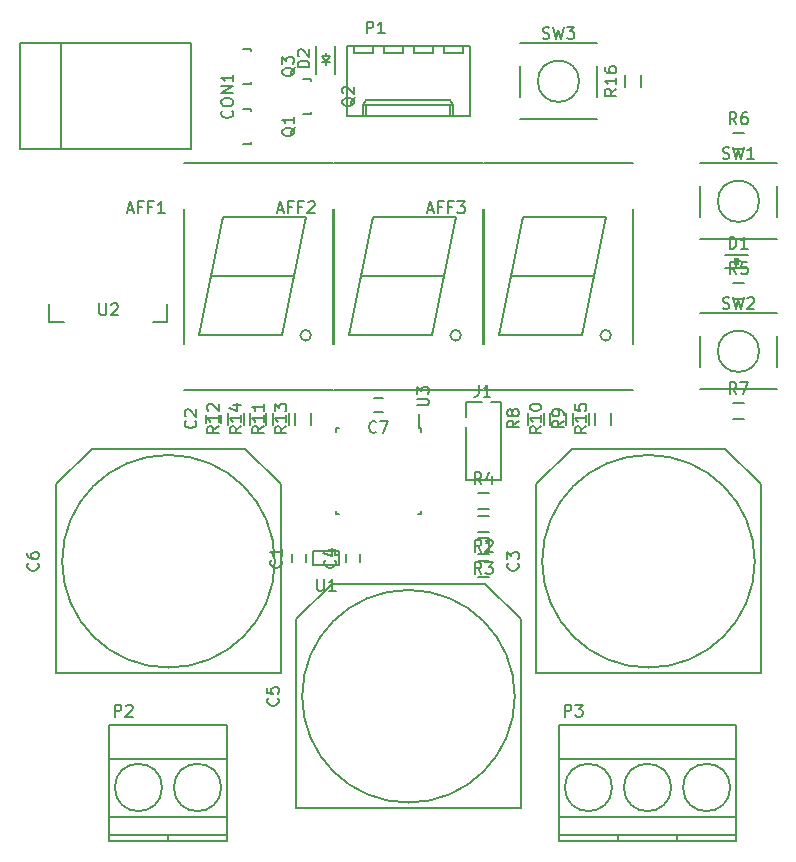
<source format=gbr>
G04 #@! TF.FileFunction,Legend,Top*
%FSLAX46Y46*%
G04 Gerber Fmt 4.6, Leading zero omitted, Abs format (unit mm)*
G04 Created by KiCad (PCBNEW 4.0.4+dfsg1-stable) date Tue Jan 31 21:33:05 2017*
%MOMM*%
%LPD*%
G01*
G04 APERTURE LIST*
%ADD10C,0.100000*%
%ADD11C,0.150000*%
G04 APERTURE END LIST*
D10*
D11*
X161330000Y-124595000D02*
X161330000Y-125595000D01*
X159980000Y-125595000D02*
X159980000Y-124595000D01*
X167007214Y-118030000D02*
G75*
G03X167007214Y-118030000I-447214J0D01*
G01*
X159560000Y-108030000D02*
X158560000Y-113030000D01*
X158560000Y-113030000D02*
X157560000Y-118030000D01*
X157560000Y-118030000D02*
X164560000Y-118030000D01*
X164560000Y-118030000D02*
X165560000Y-113030000D01*
X166560000Y-108030000D02*
X165560000Y-113030000D01*
X165560000Y-113030000D02*
X158560000Y-113030000D01*
X159560000Y-108030000D02*
X166560000Y-108030000D01*
X168860000Y-122630000D02*
X156260000Y-122630000D01*
X156260000Y-107330000D02*
X156260000Y-118730000D01*
X168860000Y-107330000D02*
X168860000Y-118730000D01*
X156260000Y-103430000D02*
X168860000Y-103430000D01*
X141607214Y-118030000D02*
G75*
G03X141607214Y-118030000I-447214J0D01*
G01*
X134160000Y-108030000D02*
X133160000Y-113030000D01*
X133160000Y-113030000D02*
X132160000Y-118030000D01*
X132160000Y-118030000D02*
X139160000Y-118030000D01*
X139160000Y-118030000D02*
X140160000Y-113030000D01*
X141160000Y-108030000D02*
X140160000Y-113030000D01*
X140160000Y-113030000D02*
X133160000Y-113030000D01*
X134160000Y-108030000D02*
X141160000Y-108030000D01*
X143460000Y-122630000D02*
X130860000Y-122630000D01*
X130860000Y-107330000D02*
X130860000Y-118730000D01*
X143460000Y-107330000D02*
X143460000Y-118730000D01*
X130860000Y-103430000D02*
X143460000Y-103430000D01*
X154307214Y-118030000D02*
G75*
G03X154307214Y-118030000I-447214J0D01*
G01*
X146860000Y-108030000D02*
X145860000Y-113030000D01*
X145860000Y-113030000D02*
X144860000Y-118030000D01*
X144860000Y-118030000D02*
X151860000Y-118030000D01*
X151860000Y-118030000D02*
X152860000Y-113030000D01*
X153860000Y-108030000D02*
X152860000Y-113030000D01*
X152860000Y-113030000D02*
X145860000Y-113030000D01*
X146860000Y-108030000D02*
X153860000Y-108030000D01*
X156160000Y-122630000D02*
X143560000Y-122630000D01*
X143560000Y-107330000D02*
X143560000Y-118730000D01*
X156160000Y-107330000D02*
X156160000Y-118730000D01*
X143560000Y-103430000D02*
X156160000Y-103430000D01*
X120459500Y-93289120D02*
X120459500Y-102290880D01*
X116959380Y-93289120D02*
X116959380Y-102290880D01*
X116959380Y-102290880D02*
X131460240Y-102290880D01*
X131460240Y-102290880D02*
X131460240Y-93289120D01*
X131460240Y-93289120D02*
X116959380Y-93289120D01*
X144680000Y-93500000D02*
X144680000Y-99500000D01*
X144680000Y-99500000D02*
X155040000Y-99500000D01*
X155040000Y-99500000D02*
X155040000Y-93500000D01*
X155040000Y-93500000D02*
X144680000Y-93500000D01*
X146050000Y-99500000D02*
X146050000Y-98500000D01*
X146050000Y-98500000D02*
X153670000Y-98500000D01*
X153670000Y-98500000D02*
X153670000Y-99500000D01*
X146050000Y-98500000D02*
X146300000Y-98070000D01*
X146300000Y-98070000D02*
X153420000Y-98070000D01*
X153420000Y-98070000D02*
X153670000Y-98500000D01*
X146300000Y-99500000D02*
X146300000Y-98500000D01*
X153420000Y-99500000D02*
X153420000Y-98500000D01*
X145250000Y-93500000D02*
X145250000Y-94120000D01*
X145250000Y-94120000D02*
X146850000Y-94120000D01*
X146850000Y-94120000D02*
X146850000Y-93500000D01*
X147790000Y-93500000D02*
X147790000Y-94120000D01*
X147790000Y-94120000D02*
X149390000Y-94120000D01*
X149390000Y-94120000D02*
X149390000Y-93500000D01*
X150330000Y-93500000D02*
X150330000Y-94120000D01*
X150330000Y-94120000D02*
X151930000Y-94120000D01*
X151930000Y-94120000D02*
X151930000Y-93500000D01*
X152870000Y-93500000D02*
X152870000Y-94120000D01*
X152870000Y-94120000D02*
X154470000Y-94120000D01*
X154470000Y-94120000D02*
X154470000Y-93500000D01*
X135839200Y-98830180D02*
X136540240Y-98830180D01*
X136540240Y-98830180D02*
X136540240Y-99079100D01*
X136540240Y-101629160D02*
X136540240Y-101829820D01*
X136540240Y-101829820D02*
X135839200Y-101829820D01*
X140919200Y-96290180D02*
X141620240Y-96290180D01*
X141620240Y-96290180D02*
X141620240Y-96539100D01*
X141620240Y-99089160D02*
X141620240Y-99289820D01*
X141620240Y-99289820D02*
X140919200Y-99289820D01*
X135839200Y-93750180D02*
X136540240Y-93750180D01*
X136540240Y-93750180D02*
X136540240Y-93999100D01*
X136540240Y-96549160D02*
X136540240Y-96749820D01*
X136540240Y-96749820D02*
X135839200Y-96749820D01*
X155710000Y-133310000D02*
X156710000Y-133310000D01*
X156710000Y-134660000D02*
X155710000Y-134660000D01*
X156710000Y-138470000D02*
X155710000Y-138470000D01*
X155710000Y-137120000D02*
X156710000Y-137120000D01*
X155710000Y-135215000D02*
X156710000Y-135215000D01*
X156710000Y-136565000D02*
X155710000Y-136565000D01*
X156710000Y-132755000D02*
X155710000Y-132755000D01*
X155710000Y-131405000D02*
X156710000Y-131405000D01*
X178300000Y-114975000D02*
X177300000Y-114975000D01*
X177300000Y-113625000D02*
X178300000Y-113625000D01*
X178300000Y-102275000D02*
X177300000Y-102275000D01*
X177300000Y-100925000D02*
X178300000Y-100925000D01*
X178300000Y-125135000D02*
X177300000Y-125135000D01*
X177300000Y-123785000D02*
X178300000Y-123785000D01*
X165140000Y-124595000D02*
X165140000Y-125595000D01*
X163790000Y-125595000D02*
X163790000Y-124595000D01*
X163235000Y-124595000D02*
X163235000Y-125595000D01*
X161885000Y-125595000D02*
X161885000Y-124595000D01*
X139740000Y-124595000D02*
X139740000Y-125595000D01*
X138390000Y-125595000D02*
X138390000Y-124595000D01*
X135930000Y-124595000D02*
X135930000Y-125595000D01*
X134580000Y-125595000D02*
X134580000Y-124595000D01*
X141645000Y-124595000D02*
X141645000Y-125595000D01*
X140295000Y-125595000D02*
X140295000Y-124595000D01*
X137835000Y-124595000D02*
X137835000Y-125595000D01*
X136485000Y-125595000D02*
X136485000Y-124595000D01*
X167045000Y-124595000D02*
X167045000Y-125595000D01*
X165695000Y-125595000D02*
X165695000Y-124595000D01*
X150945000Y-125915000D02*
X150720000Y-125915000D01*
X150945000Y-133165000D02*
X150645000Y-133165000D01*
X143695000Y-133165000D02*
X143995000Y-133165000D01*
X143695000Y-125915000D02*
X143995000Y-125915000D01*
X150945000Y-125915000D02*
X150945000Y-126215000D01*
X143695000Y-125915000D02*
X143695000Y-126215000D01*
X143695000Y-133165000D02*
X143695000Y-132865000D01*
X150945000Y-133165000D02*
X150945000Y-132865000D01*
X150720000Y-125915000D02*
X150720000Y-124690000D01*
X143975000Y-136606000D02*
X143675000Y-136606000D01*
X143675000Y-136606000D02*
X143675000Y-136306000D01*
X141775000Y-137506000D02*
X143975000Y-137506000D01*
X143975000Y-137506000D02*
X143975000Y-136306000D01*
X143975000Y-136306000D02*
X141775000Y-136306000D01*
X141775000Y-136306000D02*
X141775000Y-137506000D01*
X157675000Y-123660000D02*
X156875000Y-123660000D01*
X157675000Y-130310000D02*
X157675000Y-123660000D01*
X157675000Y-130310000D02*
X154725000Y-130310000D01*
X154725000Y-130310000D02*
X154725000Y-125760000D01*
X156075000Y-123660000D02*
X154725000Y-123660000D01*
X154725000Y-123660000D02*
X154725000Y-124960000D01*
X139989000Y-137256000D02*
X139989000Y-136556000D01*
X141189000Y-136556000D02*
X141189000Y-137256000D01*
X132750000Y-125445000D02*
X132750000Y-124745000D01*
X133950000Y-124745000D02*
X133950000Y-125445000D01*
X144561000Y-137256000D02*
X144561000Y-136556000D01*
X145761000Y-136556000D02*
X145761000Y-137256000D01*
X147670000Y-124552000D02*
X146970000Y-124552000D01*
X146970000Y-123352000D02*
X147670000Y-123352000D01*
X142875000Y-94365000D02*
X142875000Y-94115000D01*
X142875000Y-94865000D02*
X142875000Y-95115000D01*
X142875000Y-94865000D02*
X142525000Y-94365000D01*
X142525000Y-94365000D02*
X143225000Y-94365000D01*
X143225000Y-94365000D02*
X142875000Y-94865000D01*
X142525000Y-94865000D02*
X143225000Y-94865000D01*
X143675000Y-95915000D02*
X143675000Y-93515000D01*
X142075000Y-95915000D02*
X142075000Y-93515000D01*
X179180000Y-137160000D02*
G75*
G03X179180000Y-137160000I-9000000J0D01*
G01*
X163680000Y-127660000D02*
X176680000Y-127660000D01*
X179680000Y-130660000D02*
X176680000Y-127660000D01*
X160680000Y-130660000D02*
X163680000Y-127660000D01*
X160680000Y-130660000D02*
X160680000Y-146660000D01*
X160680000Y-146660000D02*
X179680000Y-146660000D01*
X179680000Y-146660000D02*
X179680000Y-130660000D01*
X158860000Y-148590000D02*
G75*
G03X158860000Y-148590000I-9000000J0D01*
G01*
X143360000Y-139090000D02*
X156360000Y-139090000D01*
X159360000Y-142090000D02*
X156360000Y-139090000D01*
X140360000Y-142090000D02*
X143360000Y-139090000D01*
X140360000Y-142090000D02*
X140360000Y-158090000D01*
X140360000Y-158090000D02*
X159360000Y-158090000D01*
X159360000Y-158090000D02*
X159360000Y-142090000D01*
X138540000Y-137160000D02*
G75*
G03X138540000Y-137160000I-9000000J0D01*
G01*
X123040000Y-127660000D02*
X136040000Y-127660000D01*
X139040000Y-130660000D02*
X136040000Y-127660000D01*
X120040000Y-130660000D02*
X123040000Y-127660000D01*
X120040000Y-130660000D02*
X120040000Y-146660000D01*
X120040000Y-146660000D02*
X139040000Y-146660000D01*
X139040000Y-146660000D02*
X139040000Y-130660000D01*
X129460000Y-116880000D02*
X128210000Y-116880000D01*
X129460000Y-116880000D02*
X129460000Y-115380000D01*
X119460000Y-116880000D02*
X119460000Y-115380000D01*
X119460000Y-116880000D02*
X120710000Y-116880000D01*
X179550714Y-106680000D02*
G75*
G03X179550714Y-106680000I-1750714J0D01*
G01*
X181025000Y-103455000D02*
X181025000Y-103480000D01*
X181025000Y-109905000D02*
X181025000Y-109880000D01*
X174575000Y-109905000D02*
X174575000Y-109880000D01*
X174575000Y-103480000D02*
X174575000Y-103455000D01*
X181025000Y-105380000D02*
X181025000Y-107980000D01*
X174575000Y-103455000D02*
X181025000Y-103455000D01*
X174575000Y-105380000D02*
X174575000Y-107980000D01*
X174575000Y-109905000D02*
X181025000Y-109905000D01*
X179550714Y-119380000D02*
G75*
G03X179550714Y-119380000I-1750714J0D01*
G01*
X181025000Y-116155000D02*
X181025000Y-116180000D01*
X181025000Y-122605000D02*
X181025000Y-122580000D01*
X174575000Y-122605000D02*
X174575000Y-122580000D01*
X174575000Y-116180000D02*
X174575000Y-116155000D01*
X181025000Y-118080000D02*
X181025000Y-120680000D01*
X174575000Y-116155000D02*
X181025000Y-116155000D01*
X174575000Y-118080000D02*
X174575000Y-120680000D01*
X174575000Y-122605000D02*
X181025000Y-122605000D01*
X164310714Y-96520000D02*
G75*
G03X164310714Y-96520000I-1750714J0D01*
G01*
X165785000Y-93295000D02*
X165785000Y-93320000D01*
X165785000Y-99745000D02*
X165785000Y-99720000D01*
X159335000Y-99745000D02*
X159335000Y-99720000D01*
X159335000Y-93320000D02*
X159335000Y-93295000D01*
X165785000Y-95220000D02*
X165785000Y-97820000D01*
X159335000Y-93295000D02*
X165785000Y-93295000D01*
X159335000Y-95220000D02*
X159335000Y-97820000D01*
X159335000Y-99745000D02*
X165785000Y-99745000D01*
X176700000Y-112310000D02*
X178600000Y-112310000D01*
X176700000Y-111210000D02*
X178600000Y-111210000D01*
X177600000Y-111760000D02*
X178050000Y-111760000D01*
X177550000Y-111510000D02*
X177550000Y-112010000D01*
X177550000Y-111760000D02*
X177800000Y-111510000D01*
X177800000Y-111510000D02*
X177800000Y-112010000D01*
X177800000Y-112010000D02*
X177550000Y-111760000D01*
X129500000Y-160310000D02*
X129500000Y-160810000D01*
X134000000Y-156310000D02*
G75*
G03X134000000Y-156310000I-2000000J0D01*
G01*
X129000000Y-156310000D02*
G75*
G03X129000000Y-156310000I-2000000J0D01*
G01*
X124500000Y-158810000D02*
X134500000Y-158810000D01*
X124500000Y-153910000D02*
X134500000Y-153910000D01*
X124500000Y-160310000D02*
X134500000Y-160310000D01*
X124500000Y-160810000D02*
X134500000Y-160810000D01*
X134500000Y-160810000D02*
X134500000Y-151010000D01*
X134500000Y-151010000D02*
X124500000Y-151010000D01*
X124500000Y-151010000D02*
X124500000Y-160810000D01*
X177100000Y-156310000D02*
G75*
G03X177100000Y-156310000I-2000000J0D01*
G01*
X172600000Y-160310000D02*
X172600000Y-160810000D01*
X167600000Y-160310000D02*
X167600000Y-160810000D01*
X172100000Y-156310000D02*
G75*
G03X172100000Y-156310000I-2000000J0D01*
G01*
X167100000Y-156310000D02*
G75*
G03X167100000Y-156310000I-2000000J0D01*
G01*
X162600000Y-158810000D02*
X177600000Y-158810000D01*
X162600000Y-153910000D02*
X177600000Y-153910000D01*
X162600000Y-160310000D02*
X177600000Y-160310000D01*
X162600000Y-160810000D02*
X177600000Y-160810000D01*
X177600000Y-160810000D02*
X177600000Y-151010000D01*
X177600000Y-151010000D02*
X162600000Y-151010000D01*
X162600000Y-151010000D02*
X162600000Y-160810000D01*
X169585000Y-96020000D02*
X169585000Y-97020000D01*
X168235000Y-97020000D02*
X168235000Y-96020000D01*
X159207381Y-125261666D02*
X158731190Y-125595000D01*
X159207381Y-125833095D02*
X158207381Y-125833095D01*
X158207381Y-125452142D01*
X158255000Y-125356904D01*
X158302619Y-125309285D01*
X158397857Y-125261666D01*
X158540714Y-125261666D01*
X158635952Y-125309285D01*
X158683571Y-125356904D01*
X158731190Y-125452142D01*
X158731190Y-125833095D01*
X158635952Y-124690238D02*
X158588333Y-124785476D01*
X158540714Y-124833095D01*
X158445476Y-124880714D01*
X158397857Y-124880714D01*
X158302619Y-124833095D01*
X158255000Y-124785476D01*
X158207381Y-124690238D01*
X158207381Y-124499761D01*
X158255000Y-124404523D01*
X158302619Y-124356904D01*
X158397857Y-124309285D01*
X158445476Y-124309285D01*
X158540714Y-124356904D01*
X158588333Y-124404523D01*
X158635952Y-124499761D01*
X158635952Y-124690238D01*
X158683571Y-124785476D01*
X158731190Y-124833095D01*
X158826429Y-124880714D01*
X159016905Y-124880714D01*
X159112143Y-124833095D01*
X159159762Y-124785476D01*
X159207381Y-124690238D01*
X159207381Y-124499761D01*
X159159762Y-124404523D01*
X159112143Y-124356904D01*
X159016905Y-124309285D01*
X158826429Y-124309285D01*
X158731190Y-124356904D01*
X158683571Y-124404523D01*
X158635952Y-124499761D01*
X151488571Y-107396667D02*
X151964762Y-107396667D01*
X151393333Y-107682381D02*
X151726666Y-106682381D01*
X152060000Y-107682381D01*
X152726667Y-107158571D02*
X152393333Y-107158571D01*
X152393333Y-107682381D02*
X152393333Y-106682381D01*
X152869524Y-106682381D01*
X153583810Y-107158571D02*
X153250476Y-107158571D01*
X153250476Y-107682381D02*
X153250476Y-106682381D01*
X153726667Y-106682381D01*
X154012381Y-106682381D02*
X154631429Y-106682381D01*
X154298095Y-107063333D01*
X154440953Y-107063333D01*
X154536191Y-107110952D01*
X154583810Y-107158571D01*
X154631429Y-107253810D01*
X154631429Y-107491905D01*
X154583810Y-107587143D01*
X154536191Y-107634762D01*
X154440953Y-107682381D01*
X154155238Y-107682381D01*
X154060000Y-107634762D01*
X154012381Y-107587143D01*
X126088571Y-107396667D02*
X126564762Y-107396667D01*
X125993333Y-107682381D02*
X126326666Y-106682381D01*
X126660000Y-107682381D01*
X127326667Y-107158571D02*
X126993333Y-107158571D01*
X126993333Y-107682381D02*
X126993333Y-106682381D01*
X127469524Y-106682381D01*
X128183810Y-107158571D02*
X127850476Y-107158571D01*
X127850476Y-107682381D02*
X127850476Y-106682381D01*
X128326667Y-106682381D01*
X129231429Y-107682381D02*
X128660000Y-107682381D01*
X128945714Y-107682381D02*
X128945714Y-106682381D01*
X128850476Y-106825238D01*
X128755238Y-106920476D01*
X128660000Y-106968095D01*
X138788571Y-107396667D02*
X139264762Y-107396667D01*
X138693333Y-107682381D02*
X139026666Y-106682381D01*
X139360000Y-107682381D01*
X140026667Y-107158571D02*
X139693333Y-107158571D01*
X139693333Y-107682381D02*
X139693333Y-106682381D01*
X140169524Y-106682381D01*
X140883810Y-107158571D02*
X140550476Y-107158571D01*
X140550476Y-107682381D02*
X140550476Y-106682381D01*
X141026667Y-106682381D01*
X141360000Y-106777619D02*
X141407619Y-106730000D01*
X141502857Y-106682381D01*
X141740953Y-106682381D01*
X141836191Y-106730000D01*
X141883810Y-106777619D01*
X141931429Y-106872857D01*
X141931429Y-106968095D01*
X141883810Y-107110952D01*
X141312381Y-107682381D01*
X141931429Y-107682381D01*
X134916183Y-99004285D02*
X134963802Y-99051904D01*
X135011421Y-99194761D01*
X135011421Y-99289999D01*
X134963802Y-99432857D01*
X134868564Y-99528095D01*
X134773326Y-99575714D01*
X134582850Y-99623333D01*
X134439992Y-99623333D01*
X134249516Y-99575714D01*
X134154278Y-99528095D01*
X134059040Y-99432857D01*
X134011421Y-99289999D01*
X134011421Y-99194761D01*
X134059040Y-99051904D01*
X134106659Y-99004285D01*
X134011421Y-98385238D02*
X134011421Y-98194761D01*
X134059040Y-98099523D01*
X134154278Y-98004285D01*
X134344754Y-97956666D01*
X134678088Y-97956666D01*
X134868564Y-98004285D01*
X134963802Y-98099523D01*
X135011421Y-98194761D01*
X135011421Y-98385238D01*
X134963802Y-98480476D01*
X134868564Y-98575714D01*
X134678088Y-98623333D01*
X134344754Y-98623333D01*
X134154278Y-98575714D01*
X134059040Y-98480476D01*
X134011421Y-98385238D01*
X135011421Y-97528095D02*
X134011421Y-97528095D01*
X135011421Y-96956666D01*
X134011421Y-96956666D01*
X135011421Y-95956666D02*
X135011421Y-96528095D01*
X135011421Y-96242381D02*
X134011421Y-96242381D01*
X134154278Y-96337619D01*
X134249516Y-96432857D01*
X134297135Y-96528095D01*
X146311905Y-92472381D02*
X146311905Y-91472381D01*
X146692858Y-91472381D01*
X146788096Y-91520000D01*
X146835715Y-91567619D01*
X146883334Y-91662857D01*
X146883334Y-91805714D01*
X146835715Y-91900952D01*
X146788096Y-91948571D01*
X146692858Y-91996190D01*
X146311905Y-91996190D01*
X147835715Y-92472381D02*
X147264286Y-92472381D01*
X147550000Y-92472381D02*
X147550000Y-91472381D01*
X147454762Y-91615238D01*
X147359524Y-91710476D01*
X147264286Y-91758095D01*
X140247619Y-100425238D02*
X140200000Y-100520476D01*
X140104762Y-100615714D01*
X139961905Y-100758571D01*
X139914286Y-100853810D01*
X139914286Y-100949048D01*
X140152381Y-100901429D02*
X140104762Y-100996667D01*
X140009524Y-101091905D01*
X139819048Y-101139524D01*
X139485714Y-101139524D01*
X139295238Y-101091905D01*
X139200000Y-100996667D01*
X139152381Y-100901429D01*
X139152381Y-100710952D01*
X139200000Y-100615714D01*
X139295238Y-100520476D01*
X139485714Y-100472857D01*
X139819048Y-100472857D01*
X140009524Y-100520476D01*
X140104762Y-100615714D01*
X140152381Y-100710952D01*
X140152381Y-100901429D01*
X140152381Y-99520476D02*
X140152381Y-100091905D01*
X140152381Y-99806191D02*
X139152381Y-99806191D01*
X139295238Y-99901429D01*
X139390476Y-99996667D01*
X139438095Y-100091905D01*
X145327619Y-97885238D02*
X145280000Y-97980476D01*
X145184762Y-98075714D01*
X145041905Y-98218571D01*
X144994286Y-98313810D01*
X144994286Y-98409048D01*
X145232381Y-98361429D02*
X145184762Y-98456667D01*
X145089524Y-98551905D01*
X144899048Y-98599524D01*
X144565714Y-98599524D01*
X144375238Y-98551905D01*
X144280000Y-98456667D01*
X144232381Y-98361429D01*
X144232381Y-98170952D01*
X144280000Y-98075714D01*
X144375238Y-97980476D01*
X144565714Y-97932857D01*
X144899048Y-97932857D01*
X145089524Y-97980476D01*
X145184762Y-98075714D01*
X145232381Y-98170952D01*
X145232381Y-98361429D01*
X144327619Y-97551905D02*
X144280000Y-97504286D01*
X144232381Y-97409048D01*
X144232381Y-97170952D01*
X144280000Y-97075714D01*
X144327619Y-97028095D01*
X144422857Y-96980476D01*
X144518095Y-96980476D01*
X144660952Y-97028095D01*
X145232381Y-97599524D01*
X145232381Y-96980476D01*
X140247619Y-95345238D02*
X140200000Y-95440476D01*
X140104762Y-95535714D01*
X139961905Y-95678571D01*
X139914286Y-95773810D01*
X139914286Y-95869048D01*
X140152381Y-95821429D02*
X140104762Y-95916667D01*
X140009524Y-96011905D01*
X139819048Y-96059524D01*
X139485714Y-96059524D01*
X139295238Y-96011905D01*
X139200000Y-95916667D01*
X139152381Y-95821429D01*
X139152381Y-95630952D01*
X139200000Y-95535714D01*
X139295238Y-95440476D01*
X139485714Y-95392857D01*
X139819048Y-95392857D01*
X140009524Y-95440476D01*
X140104762Y-95535714D01*
X140152381Y-95630952D01*
X140152381Y-95821429D01*
X139152381Y-95059524D02*
X139152381Y-94440476D01*
X139533333Y-94773810D01*
X139533333Y-94630952D01*
X139580952Y-94535714D01*
X139628571Y-94488095D01*
X139723810Y-94440476D01*
X139961905Y-94440476D01*
X140057143Y-94488095D01*
X140104762Y-94535714D01*
X140152381Y-94630952D01*
X140152381Y-94916667D01*
X140104762Y-95011905D01*
X140057143Y-95059524D01*
X156043334Y-136337381D02*
X155710000Y-135861190D01*
X155471905Y-136337381D02*
X155471905Y-135337381D01*
X155852858Y-135337381D01*
X155948096Y-135385000D01*
X155995715Y-135432619D01*
X156043334Y-135527857D01*
X156043334Y-135670714D01*
X155995715Y-135765952D01*
X155948096Y-135813571D01*
X155852858Y-135861190D01*
X155471905Y-135861190D01*
X156995715Y-136337381D02*
X156424286Y-136337381D01*
X156710000Y-136337381D02*
X156710000Y-135337381D01*
X156614762Y-135480238D01*
X156519524Y-135575476D01*
X156424286Y-135623095D01*
X156043334Y-136347381D02*
X155710000Y-135871190D01*
X155471905Y-136347381D02*
X155471905Y-135347381D01*
X155852858Y-135347381D01*
X155948096Y-135395000D01*
X155995715Y-135442619D01*
X156043334Y-135537857D01*
X156043334Y-135680714D01*
X155995715Y-135775952D01*
X155948096Y-135823571D01*
X155852858Y-135871190D01*
X155471905Y-135871190D01*
X156424286Y-135442619D02*
X156471905Y-135395000D01*
X156567143Y-135347381D01*
X156805239Y-135347381D01*
X156900477Y-135395000D01*
X156948096Y-135442619D01*
X156995715Y-135537857D01*
X156995715Y-135633095D01*
X156948096Y-135775952D01*
X156376667Y-136347381D01*
X156995715Y-136347381D01*
X156043334Y-138242381D02*
X155710000Y-137766190D01*
X155471905Y-138242381D02*
X155471905Y-137242381D01*
X155852858Y-137242381D01*
X155948096Y-137290000D01*
X155995715Y-137337619D01*
X156043334Y-137432857D01*
X156043334Y-137575714D01*
X155995715Y-137670952D01*
X155948096Y-137718571D01*
X155852858Y-137766190D01*
X155471905Y-137766190D01*
X156376667Y-137242381D02*
X156995715Y-137242381D01*
X156662381Y-137623333D01*
X156805239Y-137623333D01*
X156900477Y-137670952D01*
X156948096Y-137718571D01*
X156995715Y-137813810D01*
X156995715Y-138051905D01*
X156948096Y-138147143D01*
X156900477Y-138194762D01*
X156805239Y-138242381D01*
X156519524Y-138242381D01*
X156424286Y-138194762D01*
X156376667Y-138147143D01*
X156043334Y-130632381D02*
X155710000Y-130156190D01*
X155471905Y-130632381D02*
X155471905Y-129632381D01*
X155852858Y-129632381D01*
X155948096Y-129680000D01*
X155995715Y-129727619D01*
X156043334Y-129822857D01*
X156043334Y-129965714D01*
X155995715Y-130060952D01*
X155948096Y-130108571D01*
X155852858Y-130156190D01*
X155471905Y-130156190D01*
X156900477Y-129965714D02*
X156900477Y-130632381D01*
X156662381Y-129584762D02*
X156424286Y-130299048D01*
X157043334Y-130299048D01*
X177633334Y-112852381D02*
X177300000Y-112376190D01*
X177061905Y-112852381D02*
X177061905Y-111852381D01*
X177442858Y-111852381D01*
X177538096Y-111900000D01*
X177585715Y-111947619D01*
X177633334Y-112042857D01*
X177633334Y-112185714D01*
X177585715Y-112280952D01*
X177538096Y-112328571D01*
X177442858Y-112376190D01*
X177061905Y-112376190D01*
X178538096Y-111852381D02*
X178061905Y-111852381D01*
X178014286Y-112328571D01*
X178061905Y-112280952D01*
X178157143Y-112233333D01*
X178395239Y-112233333D01*
X178490477Y-112280952D01*
X178538096Y-112328571D01*
X178585715Y-112423810D01*
X178585715Y-112661905D01*
X178538096Y-112757143D01*
X178490477Y-112804762D01*
X178395239Y-112852381D01*
X178157143Y-112852381D01*
X178061905Y-112804762D01*
X178014286Y-112757143D01*
X177633334Y-100152381D02*
X177300000Y-99676190D01*
X177061905Y-100152381D02*
X177061905Y-99152381D01*
X177442858Y-99152381D01*
X177538096Y-99200000D01*
X177585715Y-99247619D01*
X177633334Y-99342857D01*
X177633334Y-99485714D01*
X177585715Y-99580952D01*
X177538096Y-99628571D01*
X177442858Y-99676190D01*
X177061905Y-99676190D01*
X178490477Y-99152381D02*
X178300000Y-99152381D01*
X178204762Y-99200000D01*
X178157143Y-99247619D01*
X178061905Y-99390476D01*
X178014286Y-99580952D01*
X178014286Y-99961905D01*
X178061905Y-100057143D01*
X178109524Y-100104762D01*
X178204762Y-100152381D01*
X178395239Y-100152381D01*
X178490477Y-100104762D01*
X178538096Y-100057143D01*
X178585715Y-99961905D01*
X178585715Y-99723810D01*
X178538096Y-99628571D01*
X178490477Y-99580952D01*
X178395239Y-99533333D01*
X178204762Y-99533333D01*
X178109524Y-99580952D01*
X178061905Y-99628571D01*
X178014286Y-99723810D01*
X177633334Y-123012381D02*
X177300000Y-122536190D01*
X177061905Y-123012381D02*
X177061905Y-122012381D01*
X177442858Y-122012381D01*
X177538096Y-122060000D01*
X177585715Y-122107619D01*
X177633334Y-122202857D01*
X177633334Y-122345714D01*
X177585715Y-122440952D01*
X177538096Y-122488571D01*
X177442858Y-122536190D01*
X177061905Y-122536190D01*
X177966667Y-122012381D02*
X178633334Y-122012381D01*
X178204762Y-123012381D01*
X163017381Y-125261666D02*
X162541190Y-125595000D01*
X163017381Y-125833095D02*
X162017381Y-125833095D01*
X162017381Y-125452142D01*
X162065000Y-125356904D01*
X162112619Y-125309285D01*
X162207857Y-125261666D01*
X162350714Y-125261666D01*
X162445952Y-125309285D01*
X162493571Y-125356904D01*
X162541190Y-125452142D01*
X162541190Y-125833095D01*
X163017381Y-124785476D02*
X163017381Y-124595000D01*
X162969762Y-124499761D01*
X162922143Y-124452142D01*
X162779286Y-124356904D01*
X162588810Y-124309285D01*
X162207857Y-124309285D01*
X162112619Y-124356904D01*
X162065000Y-124404523D01*
X162017381Y-124499761D01*
X162017381Y-124690238D01*
X162065000Y-124785476D01*
X162112619Y-124833095D01*
X162207857Y-124880714D01*
X162445952Y-124880714D01*
X162541190Y-124833095D01*
X162588810Y-124785476D01*
X162636429Y-124690238D01*
X162636429Y-124499761D01*
X162588810Y-124404523D01*
X162541190Y-124356904D01*
X162445952Y-124309285D01*
X161112381Y-125737857D02*
X160636190Y-126071191D01*
X161112381Y-126309286D02*
X160112381Y-126309286D01*
X160112381Y-125928333D01*
X160160000Y-125833095D01*
X160207619Y-125785476D01*
X160302857Y-125737857D01*
X160445714Y-125737857D01*
X160540952Y-125785476D01*
X160588571Y-125833095D01*
X160636190Y-125928333D01*
X160636190Y-126309286D01*
X161112381Y-124785476D02*
X161112381Y-125356905D01*
X161112381Y-125071191D02*
X160112381Y-125071191D01*
X160255238Y-125166429D01*
X160350476Y-125261667D01*
X160398095Y-125356905D01*
X160112381Y-124166429D02*
X160112381Y-124071190D01*
X160160000Y-123975952D01*
X160207619Y-123928333D01*
X160302857Y-123880714D01*
X160493333Y-123833095D01*
X160731429Y-123833095D01*
X160921905Y-123880714D01*
X161017143Y-123928333D01*
X161064762Y-123975952D01*
X161112381Y-124071190D01*
X161112381Y-124166429D01*
X161064762Y-124261667D01*
X161017143Y-124309286D01*
X160921905Y-124356905D01*
X160731429Y-124404524D01*
X160493333Y-124404524D01*
X160302857Y-124356905D01*
X160207619Y-124309286D01*
X160160000Y-124261667D01*
X160112381Y-124166429D01*
X137617381Y-125737857D02*
X137141190Y-126071191D01*
X137617381Y-126309286D02*
X136617381Y-126309286D01*
X136617381Y-125928333D01*
X136665000Y-125833095D01*
X136712619Y-125785476D01*
X136807857Y-125737857D01*
X136950714Y-125737857D01*
X137045952Y-125785476D01*
X137093571Y-125833095D01*
X137141190Y-125928333D01*
X137141190Y-126309286D01*
X137617381Y-124785476D02*
X137617381Y-125356905D01*
X137617381Y-125071191D02*
X136617381Y-125071191D01*
X136760238Y-125166429D01*
X136855476Y-125261667D01*
X136903095Y-125356905D01*
X137617381Y-123833095D02*
X137617381Y-124404524D01*
X137617381Y-124118810D02*
X136617381Y-124118810D01*
X136760238Y-124214048D01*
X136855476Y-124309286D01*
X136903095Y-124404524D01*
X133807381Y-125737857D02*
X133331190Y-126071191D01*
X133807381Y-126309286D02*
X132807381Y-126309286D01*
X132807381Y-125928333D01*
X132855000Y-125833095D01*
X132902619Y-125785476D01*
X132997857Y-125737857D01*
X133140714Y-125737857D01*
X133235952Y-125785476D01*
X133283571Y-125833095D01*
X133331190Y-125928333D01*
X133331190Y-126309286D01*
X133807381Y-124785476D02*
X133807381Y-125356905D01*
X133807381Y-125071191D02*
X132807381Y-125071191D01*
X132950238Y-125166429D01*
X133045476Y-125261667D01*
X133093095Y-125356905D01*
X132902619Y-124404524D02*
X132855000Y-124356905D01*
X132807381Y-124261667D01*
X132807381Y-124023571D01*
X132855000Y-123928333D01*
X132902619Y-123880714D01*
X132997857Y-123833095D01*
X133093095Y-123833095D01*
X133235952Y-123880714D01*
X133807381Y-124452143D01*
X133807381Y-123833095D01*
X139522381Y-125737857D02*
X139046190Y-126071191D01*
X139522381Y-126309286D02*
X138522381Y-126309286D01*
X138522381Y-125928333D01*
X138570000Y-125833095D01*
X138617619Y-125785476D01*
X138712857Y-125737857D01*
X138855714Y-125737857D01*
X138950952Y-125785476D01*
X138998571Y-125833095D01*
X139046190Y-125928333D01*
X139046190Y-126309286D01*
X139522381Y-124785476D02*
X139522381Y-125356905D01*
X139522381Y-125071191D02*
X138522381Y-125071191D01*
X138665238Y-125166429D01*
X138760476Y-125261667D01*
X138808095Y-125356905D01*
X138522381Y-124452143D02*
X138522381Y-123833095D01*
X138903333Y-124166429D01*
X138903333Y-124023571D01*
X138950952Y-123928333D01*
X138998571Y-123880714D01*
X139093810Y-123833095D01*
X139331905Y-123833095D01*
X139427143Y-123880714D01*
X139474762Y-123928333D01*
X139522381Y-124023571D01*
X139522381Y-124309286D01*
X139474762Y-124404524D01*
X139427143Y-124452143D01*
X135712381Y-125737857D02*
X135236190Y-126071191D01*
X135712381Y-126309286D02*
X134712381Y-126309286D01*
X134712381Y-125928333D01*
X134760000Y-125833095D01*
X134807619Y-125785476D01*
X134902857Y-125737857D01*
X135045714Y-125737857D01*
X135140952Y-125785476D01*
X135188571Y-125833095D01*
X135236190Y-125928333D01*
X135236190Y-126309286D01*
X135712381Y-124785476D02*
X135712381Y-125356905D01*
X135712381Y-125071191D02*
X134712381Y-125071191D01*
X134855238Y-125166429D01*
X134950476Y-125261667D01*
X134998095Y-125356905D01*
X135045714Y-123928333D02*
X135712381Y-123928333D01*
X134664762Y-124166429D02*
X135379048Y-124404524D01*
X135379048Y-123785476D01*
X164922381Y-125737857D02*
X164446190Y-126071191D01*
X164922381Y-126309286D02*
X163922381Y-126309286D01*
X163922381Y-125928333D01*
X163970000Y-125833095D01*
X164017619Y-125785476D01*
X164112857Y-125737857D01*
X164255714Y-125737857D01*
X164350952Y-125785476D01*
X164398571Y-125833095D01*
X164446190Y-125928333D01*
X164446190Y-126309286D01*
X164922381Y-124785476D02*
X164922381Y-125356905D01*
X164922381Y-125071191D02*
X163922381Y-125071191D01*
X164065238Y-125166429D01*
X164160476Y-125261667D01*
X164208095Y-125356905D01*
X163922381Y-123880714D02*
X163922381Y-124356905D01*
X164398571Y-124404524D01*
X164350952Y-124356905D01*
X164303333Y-124261667D01*
X164303333Y-124023571D01*
X164350952Y-123928333D01*
X164398571Y-123880714D01*
X164493810Y-123833095D01*
X164731905Y-123833095D01*
X164827143Y-123880714D01*
X164874762Y-123928333D01*
X164922381Y-124023571D01*
X164922381Y-124261667D01*
X164874762Y-124356905D01*
X164827143Y-124404524D01*
X150582381Y-123951905D02*
X151391905Y-123951905D01*
X151487143Y-123904286D01*
X151534762Y-123856667D01*
X151582381Y-123761429D01*
X151582381Y-123570952D01*
X151534762Y-123475714D01*
X151487143Y-123428095D01*
X151391905Y-123380476D01*
X150582381Y-123380476D01*
X150582381Y-122999524D02*
X150582381Y-122380476D01*
X150963333Y-122713810D01*
X150963333Y-122570952D01*
X151010952Y-122475714D01*
X151058571Y-122428095D01*
X151153810Y-122380476D01*
X151391905Y-122380476D01*
X151487143Y-122428095D01*
X151534762Y-122475714D01*
X151582381Y-122570952D01*
X151582381Y-122856667D01*
X151534762Y-122951905D01*
X151487143Y-122999524D01*
X142113095Y-138658381D02*
X142113095Y-139467905D01*
X142160714Y-139563143D01*
X142208333Y-139610762D01*
X142303571Y-139658381D01*
X142494048Y-139658381D01*
X142589286Y-139610762D01*
X142636905Y-139563143D01*
X142684524Y-139467905D01*
X142684524Y-138658381D01*
X143684524Y-139658381D02*
X143113095Y-139658381D01*
X143398809Y-139658381D02*
X143398809Y-138658381D01*
X143303571Y-138801238D01*
X143208333Y-138896476D01*
X143113095Y-138944095D01*
X155791667Y-122212381D02*
X155791667Y-122926667D01*
X155744047Y-123069524D01*
X155648809Y-123164762D01*
X155505952Y-123212381D01*
X155410714Y-123212381D01*
X156791667Y-123212381D02*
X156220238Y-123212381D01*
X156505952Y-123212381D02*
X156505952Y-122212381D01*
X156410714Y-122355238D01*
X156315476Y-122450476D01*
X156220238Y-122498095D01*
X139046143Y-137072666D02*
X139093762Y-137120285D01*
X139141381Y-137263142D01*
X139141381Y-137358380D01*
X139093762Y-137501238D01*
X138998524Y-137596476D01*
X138903286Y-137644095D01*
X138712810Y-137691714D01*
X138569952Y-137691714D01*
X138379476Y-137644095D01*
X138284238Y-137596476D01*
X138189000Y-137501238D01*
X138141381Y-137358380D01*
X138141381Y-137263142D01*
X138189000Y-137120285D01*
X138236619Y-137072666D01*
X139141381Y-136120285D02*
X139141381Y-136691714D01*
X139141381Y-136406000D02*
X138141381Y-136406000D01*
X138284238Y-136501238D01*
X138379476Y-136596476D01*
X138427095Y-136691714D01*
X131807143Y-125261666D02*
X131854762Y-125309285D01*
X131902381Y-125452142D01*
X131902381Y-125547380D01*
X131854762Y-125690238D01*
X131759524Y-125785476D01*
X131664286Y-125833095D01*
X131473810Y-125880714D01*
X131330952Y-125880714D01*
X131140476Y-125833095D01*
X131045238Y-125785476D01*
X130950000Y-125690238D01*
X130902381Y-125547380D01*
X130902381Y-125452142D01*
X130950000Y-125309285D01*
X130997619Y-125261666D01*
X130997619Y-124880714D02*
X130950000Y-124833095D01*
X130902381Y-124737857D01*
X130902381Y-124499761D01*
X130950000Y-124404523D01*
X130997619Y-124356904D01*
X131092857Y-124309285D01*
X131188095Y-124309285D01*
X131330952Y-124356904D01*
X131902381Y-124928333D01*
X131902381Y-124309285D01*
X143618143Y-137072666D02*
X143665762Y-137120285D01*
X143713381Y-137263142D01*
X143713381Y-137358380D01*
X143665762Y-137501238D01*
X143570524Y-137596476D01*
X143475286Y-137644095D01*
X143284810Y-137691714D01*
X143141952Y-137691714D01*
X142951476Y-137644095D01*
X142856238Y-137596476D01*
X142761000Y-137501238D01*
X142713381Y-137358380D01*
X142713381Y-137263142D01*
X142761000Y-137120285D01*
X142808619Y-137072666D01*
X143046714Y-136215523D02*
X143713381Y-136215523D01*
X142665762Y-136453619D02*
X143380048Y-136691714D01*
X143380048Y-136072666D01*
X147153334Y-126209143D02*
X147105715Y-126256762D01*
X146962858Y-126304381D01*
X146867620Y-126304381D01*
X146724762Y-126256762D01*
X146629524Y-126161524D01*
X146581905Y-126066286D01*
X146534286Y-125875810D01*
X146534286Y-125732952D01*
X146581905Y-125542476D01*
X146629524Y-125447238D01*
X146724762Y-125352000D01*
X146867620Y-125304381D01*
X146962858Y-125304381D01*
X147105715Y-125352000D01*
X147153334Y-125399619D01*
X147486667Y-125304381D02*
X148153334Y-125304381D01*
X147724762Y-126304381D01*
X141477381Y-95353095D02*
X140477381Y-95353095D01*
X140477381Y-95115000D01*
X140525000Y-94972142D01*
X140620238Y-94876904D01*
X140715476Y-94829285D01*
X140905952Y-94781666D01*
X141048810Y-94781666D01*
X141239286Y-94829285D01*
X141334524Y-94876904D01*
X141429762Y-94972142D01*
X141477381Y-95115000D01*
X141477381Y-95353095D01*
X140572619Y-94400714D02*
X140525000Y-94353095D01*
X140477381Y-94257857D01*
X140477381Y-94019761D01*
X140525000Y-93924523D01*
X140572619Y-93876904D01*
X140667857Y-93829285D01*
X140763095Y-93829285D01*
X140905952Y-93876904D01*
X141477381Y-94448333D01*
X141477381Y-93829285D01*
X159107143Y-137326666D02*
X159154762Y-137374285D01*
X159202381Y-137517142D01*
X159202381Y-137612380D01*
X159154762Y-137755238D01*
X159059524Y-137850476D01*
X158964286Y-137898095D01*
X158773810Y-137945714D01*
X158630952Y-137945714D01*
X158440476Y-137898095D01*
X158345238Y-137850476D01*
X158250000Y-137755238D01*
X158202381Y-137612380D01*
X158202381Y-137517142D01*
X158250000Y-137374285D01*
X158297619Y-137326666D01*
X158202381Y-136993333D02*
X158202381Y-136374285D01*
X158583333Y-136707619D01*
X158583333Y-136564761D01*
X158630952Y-136469523D01*
X158678571Y-136421904D01*
X158773810Y-136374285D01*
X159011905Y-136374285D01*
X159107143Y-136421904D01*
X159154762Y-136469523D01*
X159202381Y-136564761D01*
X159202381Y-136850476D01*
X159154762Y-136945714D01*
X159107143Y-136993333D01*
X138787143Y-148756666D02*
X138834762Y-148804285D01*
X138882381Y-148947142D01*
X138882381Y-149042380D01*
X138834762Y-149185238D01*
X138739524Y-149280476D01*
X138644286Y-149328095D01*
X138453810Y-149375714D01*
X138310952Y-149375714D01*
X138120476Y-149328095D01*
X138025238Y-149280476D01*
X137930000Y-149185238D01*
X137882381Y-149042380D01*
X137882381Y-148947142D01*
X137930000Y-148804285D01*
X137977619Y-148756666D01*
X137882381Y-147851904D02*
X137882381Y-148328095D01*
X138358571Y-148375714D01*
X138310952Y-148328095D01*
X138263333Y-148232857D01*
X138263333Y-147994761D01*
X138310952Y-147899523D01*
X138358571Y-147851904D01*
X138453810Y-147804285D01*
X138691905Y-147804285D01*
X138787143Y-147851904D01*
X138834762Y-147899523D01*
X138882381Y-147994761D01*
X138882381Y-148232857D01*
X138834762Y-148328095D01*
X138787143Y-148375714D01*
X118467143Y-137326666D02*
X118514762Y-137374285D01*
X118562381Y-137517142D01*
X118562381Y-137612380D01*
X118514762Y-137755238D01*
X118419524Y-137850476D01*
X118324286Y-137898095D01*
X118133810Y-137945714D01*
X117990952Y-137945714D01*
X117800476Y-137898095D01*
X117705238Y-137850476D01*
X117610000Y-137755238D01*
X117562381Y-137612380D01*
X117562381Y-137517142D01*
X117610000Y-137374285D01*
X117657619Y-137326666D01*
X117562381Y-136469523D02*
X117562381Y-136660000D01*
X117610000Y-136755238D01*
X117657619Y-136802857D01*
X117800476Y-136898095D01*
X117990952Y-136945714D01*
X118371905Y-136945714D01*
X118467143Y-136898095D01*
X118514762Y-136850476D01*
X118562381Y-136755238D01*
X118562381Y-136564761D01*
X118514762Y-136469523D01*
X118467143Y-136421904D01*
X118371905Y-136374285D01*
X118133810Y-136374285D01*
X118038571Y-136421904D01*
X117990952Y-136469523D01*
X117943333Y-136564761D01*
X117943333Y-136755238D01*
X117990952Y-136850476D01*
X118038571Y-136898095D01*
X118133810Y-136945714D01*
X123698095Y-115332381D02*
X123698095Y-116141905D01*
X123745714Y-116237143D01*
X123793333Y-116284762D01*
X123888571Y-116332381D01*
X124079048Y-116332381D01*
X124174286Y-116284762D01*
X124221905Y-116237143D01*
X124269524Y-116141905D01*
X124269524Y-115332381D01*
X124698095Y-115427619D02*
X124745714Y-115380000D01*
X124840952Y-115332381D01*
X125079048Y-115332381D01*
X125174286Y-115380000D01*
X125221905Y-115427619D01*
X125269524Y-115522857D01*
X125269524Y-115618095D01*
X125221905Y-115760952D01*
X124650476Y-116332381D01*
X125269524Y-116332381D01*
X176466667Y-103034762D02*
X176609524Y-103082381D01*
X176847620Y-103082381D01*
X176942858Y-103034762D01*
X176990477Y-102987143D01*
X177038096Y-102891905D01*
X177038096Y-102796667D01*
X176990477Y-102701429D01*
X176942858Y-102653810D01*
X176847620Y-102606190D01*
X176657143Y-102558571D01*
X176561905Y-102510952D01*
X176514286Y-102463333D01*
X176466667Y-102368095D01*
X176466667Y-102272857D01*
X176514286Y-102177619D01*
X176561905Y-102130000D01*
X176657143Y-102082381D01*
X176895239Y-102082381D01*
X177038096Y-102130000D01*
X177371429Y-102082381D02*
X177609524Y-103082381D01*
X177800001Y-102368095D01*
X177990477Y-103082381D01*
X178228572Y-102082381D01*
X179133334Y-103082381D02*
X178561905Y-103082381D01*
X178847619Y-103082381D02*
X178847619Y-102082381D01*
X178752381Y-102225238D01*
X178657143Y-102320476D01*
X178561905Y-102368095D01*
X176466667Y-115734762D02*
X176609524Y-115782381D01*
X176847620Y-115782381D01*
X176942858Y-115734762D01*
X176990477Y-115687143D01*
X177038096Y-115591905D01*
X177038096Y-115496667D01*
X176990477Y-115401429D01*
X176942858Y-115353810D01*
X176847620Y-115306190D01*
X176657143Y-115258571D01*
X176561905Y-115210952D01*
X176514286Y-115163333D01*
X176466667Y-115068095D01*
X176466667Y-114972857D01*
X176514286Y-114877619D01*
X176561905Y-114830000D01*
X176657143Y-114782381D01*
X176895239Y-114782381D01*
X177038096Y-114830000D01*
X177371429Y-114782381D02*
X177609524Y-115782381D01*
X177800001Y-115068095D01*
X177990477Y-115782381D01*
X178228572Y-114782381D01*
X178561905Y-114877619D02*
X178609524Y-114830000D01*
X178704762Y-114782381D01*
X178942858Y-114782381D01*
X179038096Y-114830000D01*
X179085715Y-114877619D01*
X179133334Y-114972857D01*
X179133334Y-115068095D01*
X179085715Y-115210952D01*
X178514286Y-115782381D01*
X179133334Y-115782381D01*
X161226667Y-92874762D02*
X161369524Y-92922381D01*
X161607620Y-92922381D01*
X161702858Y-92874762D01*
X161750477Y-92827143D01*
X161798096Y-92731905D01*
X161798096Y-92636667D01*
X161750477Y-92541429D01*
X161702858Y-92493810D01*
X161607620Y-92446190D01*
X161417143Y-92398571D01*
X161321905Y-92350952D01*
X161274286Y-92303333D01*
X161226667Y-92208095D01*
X161226667Y-92112857D01*
X161274286Y-92017619D01*
X161321905Y-91970000D01*
X161417143Y-91922381D01*
X161655239Y-91922381D01*
X161798096Y-91970000D01*
X162131429Y-91922381D02*
X162369524Y-92922381D01*
X162560001Y-92208095D01*
X162750477Y-92922381D01*
X162988572Y-91922381D01*
X163274286Y-91922381D02*
X163893334Y-91922381D01*
X163560000Y-92303333D01*
X163702858Y-92303333D01*
X163798096Y-92350952D01*
X163845715Y-92398571D01*
X163893334Y-92493810D01*
X163893334Y-92731905D01*
X163845715Y-92827143D01*
X163798096Y-92874762D01*
X163702858Y-92922381D01*
X163417143Y-92922381D01*
X163321905Y-92874762D01*
X163274286Y-92827143D01*
X177061905Y-110712381D02*
X177061905Y-109712381D01*
X177300000Y-109712381D01*
X177442858Y-109760000D01*
X177538096Y-109855238D01*
X177585715Y-109950476D01*
X177633334Y-110140952D01*
X177633334Y-110283810D01*
X177585715Y-110474286D01*
X177538096Y-110569524D01*
X177442858Y-110664762D01*
X177300000Y-110712381D01*
X177061905Y-110712381D01*
X178585715Y-110712381D02*
X178014286Y-110712381D01*
X178300000Y-110712381D02*
X178300000Y-109712381D01*
X178204762Y-109855238D01*
X178109524Y-109950476D01*
X178014286Y-109998095D01*
X124991905Y-150312381D02*
X124991905Y-149312381D01*
X125372858Y-149312381D01*
X125468096Y-149360000D01*
X125515715Y-149407619D01*
X125563334Y-149502857D01*
X125563334Y-149645714D01*
X125515715Y-149740952D01*
X125468096Y-149788571D01*
X125372858Y-149836190D01*
X124991905Y-149836190D01*
X125944286Y-149407619D02*
X125991905Y-149360000D01*
X126087143Y-149312381D01*
X126325239Y-149312381D01*
X126420477Y-149360000D01*
X126468096Y-149407619D01*
X126515715Y-149502857D01*
X126515715Y-149598095D01*
X126468096Y-149740952D01*
X125896667Y-150312381D01*
X126515715Y-150312381D01*
X163091905Y-150312381D02*
X163091905Y-149312381D01*
X163472858Y-149312381D01*
X163568096Y-149360000D01*
X163615715Y-149407619D01*
X163663334Y-149502857D01*
X163663334Y-149645714D01*
X163615715Y-149740952D01*
X163568096Y-149788571D01*
X163472858Y-149836190D01*
X163091905Y-149836190D01*
X163996667Y-149312381D02*
X164615715Y-149312381D01*
X164282381Y-149693333D01*
X164425239Y-149693333D01*
X164520477Y-149740952D01*
X164568096Y-149788571D01*
X164615715Y-149883810D01*
X164615715Y-150121905D01*
X164568096Y-150217143D01*
X164520477Y-150264762D01*
X164425239Y-150312381D01*
X164139524Y-150312381D01*
X164044286Y-150264762D01*
X163996667Y-150217143D01*
X167462381Y-97162857D02*
X166986190Y-97496191D01*
X167462381Y-97734286D02*
X166462381Y-97734286D01*
X166462381Y-97353333D01*
X166510000Y-97258095D01*
X166557619Y-97210476D01*
X166652857Y-97162857D01*
X166795714Y-97162857D01*
X166890952Y-97210476D01*
X166938571Y-97258095D01*
X166986190Y-97353333D01*
X166986190Y-97734286D01*
X167462381Y-96210476D02*
X167462381Y-96781905D01*
X167462381Y-96496191D02*
X166462381Y-96496191D01*
X166605238Y-96591429D01*
X166700476Y-96686667D01*
X166748095Y-96781905D01*
X166462381Y-95353333D02*
X166462381Y-95543810D01*
X166510000Y-95639048D01*
X166557619Y-95686667D01*
X166700476Y-95781905D01*
X166890952Y-95829524D01*
X167271905Y-95829524D01*
X167367143Y-95781905D01*
X167414762Y-95734286D01*
X167462381Y-95639048D01*
X167462381Y-95448571D01*
X167414762Y-95353333D01*
X167367143Y-95305714D01*
X167271905Y-95258095D01*
X167033810Y-95258095D01*
X166938571Y-95305714D01*
X166890952Y-95353333D01*
X166843333Y-95448571D01*
X166843333Y-95639048D01*
X166890952Y-95734286D01*
X166938571Y-95781905D01*
X167033810Y-95829524D01*
M02*

</source>
